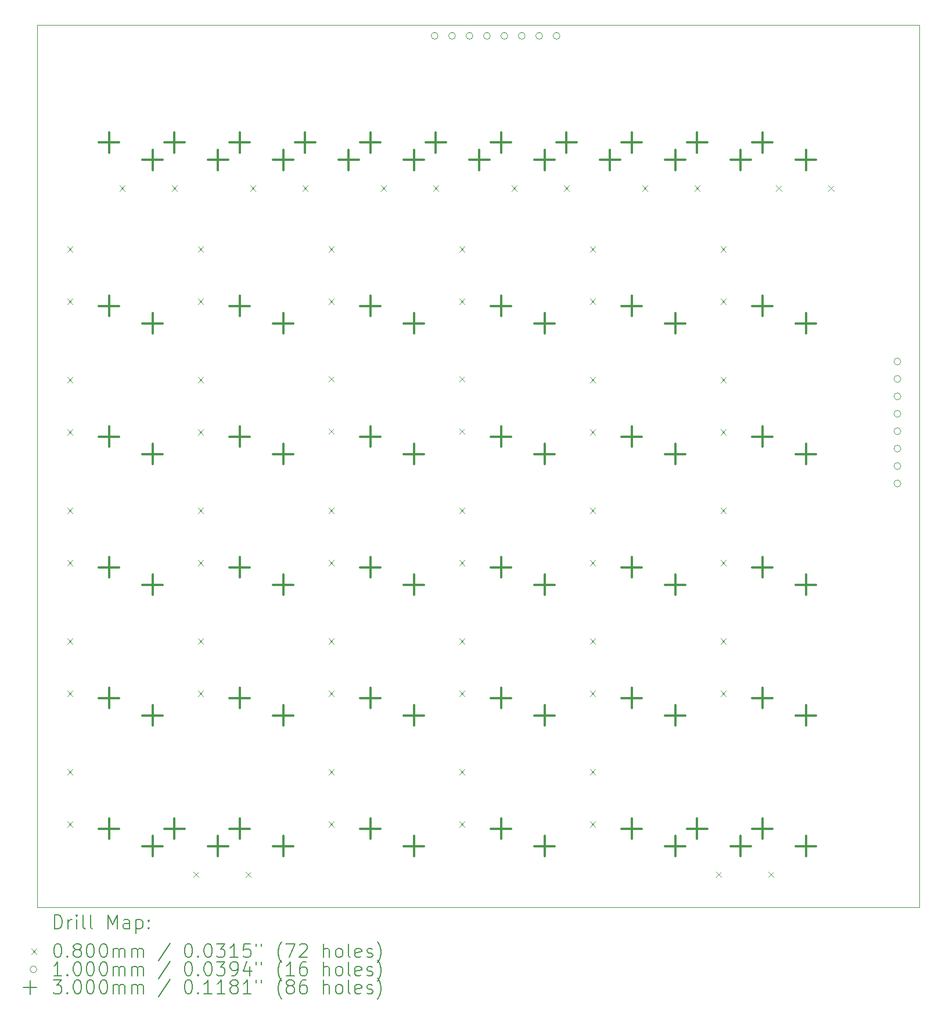
<source format=gbr>
%TF.GenerationSoftware,KiCad,Pcbnew,(6.0.9)*%
%TF.CreationDate,2022-11-26T17:52:28+01:00*%
%TF.ProjectId,tekskey,74656b73-6b65-4792-9e6b-696361645f70,rev?*%
%TF.SameCoordinates,Original*%
%TF.FileFunction,Drillmap*%
%TF.FilePolarity,Positive*%
%FSLAX45Y45*%
G04 Gerber Fmt 4.5, Leading zero omitted, Abs format (unit mm)*
G04 Created by KiCad (PCBNEW (6.0.9)) date 2022-11-26 17:52:28*
%MOMM*%
%LPD*%
G01*
G04 APERTURE LIST*
%ADD10C,0.100000*%
%ADD11C,0.200000*%
%ADD12C,0.080000*%
%ADD13C,0.300000*%
G04 APERTURE END LIST*
D10*
X3333750Y-2381250D02*
X16192500Y-2381250D01*
X16192500Y-2381250D02*
X16192500Y-15240000D01*
X16192500Y-15240000D02*
X3333750Y-15240000D01*
X3333750Y-15240000D02*
X3333750Y-2381250D01*
D11*
D12*
X3770000Y-5611500D02*
X3850000Y-5691500D01*
X3850000Y-5611500D02*
X3770000Y-5691500D01*
X3770000Y-6373500D02*
X3850000Y-6453500D01*
X3850000Y-6373500D02*
X3770000Y-6453500D01*
X3770000Y-7516500D02*
X3850000Y-7596500D01*
X3850000Y-7516500D02*
X3770000Y-7596500D01*
X3770000Y-8278500D02*
X3850000Y-8358500D01*
X3850000Y-8278500D02*
X3770000Y-8358500D01*
X3770000Y-9421500D02*
X3850000Y-9501500D01*
X3850000Y-9421500D02*
X3770000Y-9501500D01*
X3770000Y-10183500D02*
X3850000Y-10263500D01*
X3850000Y-10183500D02*
X3770000Y-10263500D01*
X3770000Y-11326500D02*
X3850000Y-11406500D01*
X3850000Y-11326500D02*
X3770000Y-11406500D01*
X3770000Y-12088500D02*
X3850000Y-12168500D01*
X3850000Y-12088500D02*
X3770000Y-12168500D01*
X3770000Y-13231500D02*
X3850000Y-13311500D01*
X3850000Y-13231500D02*
X3770000Y-13311500D01*
X3770000Y-13993500D02*
X3850000Y-14073500D01*
X3850000Y-13993500D02*
X3770000Y-14073500D01*
X4532000Y-4722500D02*
X4612000Y-4802500D01*
X4612000Y-4722500D02*
X4532000Y-4802500D01*
X5294000Y-4722500D02*
X5374000Y-4802500D01*
X5374000Y-4722500D02*
X5294000Y-4802500D01*
X5611500Y-14723750D02*
X5691500Y-14803750D01*
X5691500Y-14723750D02*
X5611500Y-14803750D01*
X5675000Y-5611500D02*
X5755000Y-5691500D01*
X5755000Y-5611500D02*
X5675000Y-5691500D01*
X5675000Y-6373500D02*
X5755000Y-6453500D01*
X5755000Y-6373500D02*
X5675000Y-6453500D01*
X5675000Y-7516500D02*
X5755000Y-7596500D01*
X5755000Y-7516500D02*
X5675000Y-7596500D01*
X5675000Y-8278500D02*
X5755000Y-8358500D01*
X5755000Y-8278500D02*
X5675000Y-8358500D01*
X5675000Y-9421500D02*
X5755000Y-9501500D01*
X5755000Y-9421500D02*
X5675000Y-9501500D01*
X5675000Y-10183500D02*
X5755000Y-10263500D01*
X5755000Y-10183500D02*
X5675000Y-10263500D01*
X5675000Y-11326500D02*
X5755000Y-11406500D01*
X5755000Y-11326500D02*
X5675000Y-11406500D01*
X5675000Y-12088500D02*
X5755000Y-12168500D01*
X5755000Y-12088500D02*
X5675000Y-12168500D01*
X6373500Y-14723750D02*
X6453500Y-14803750D01*
X6453500Y-14723750D02*
X6373500Y-14803750D01*
X6437000Y-4722500D02*
X6517000Y-4802500D01*
X6517000Y-4722500D02*
X6437000Y-4802500D01*
X7199000Y-4722500D02*
X7279000Y-4802500D01*
X7279000Y-4722500D02*
X7199000Y-4802500D01*
X7580000Y-5611500D02*
X7660000Y-5691500D01*
X7660000Y-5611500D02*
X7580000Y-5691500D01*
X7580000Y-6373500D02*
X7660000Y-6453500D01*
X7660000Y-6373500D02*
X7580000Y-6453500D01*
X7580000Y-7500625D02*
X7660000Y-7580625D01*
X7660000Y-7500625D02*
X7580000Y-7580625D01*
X7580000Y-8262625D02*
X7660000Y-8342625D01*
X7660000Y-8262625D02*
X7580000Y-8342625D01*
X7580000Y-9421500D02*
X7660000Y-9501500D01*
X7660000Y-9421500D02*
X7580000Y-9501500D01*
X7580000Y-10183500D02*
X7660000Y-10263500D01*
X7660000Y-10183500D02*
X7580000Y-10263500D01*
X7580000Y-11326500D02*
X7660000Y-11406500D01*
X7660000Y-11326500D02*
X7580000Y-11406500D01*
X7580000Y-12088500D02*
X7660000Y-12168500D01*
X7660000Y-12088500D02*
X7580000Y-12168500D01*
X7580000Y-13231500D02*
X7660000Y-13311500D01*
X7660000Y-13231500D02*
X7580000Y-13311500D01*
X7580000Y-13993500D02*
X7660000Y-14073500D01*
X7660000Y-13993500D02*
X7580000Y-14073500D01*
X8342000Y-4722500D02*
X8422000Y-4802500D01*
X8422000Y-4722500D02*
X8342000Y-4802500D01*
X9104000Y-4722500D02*
X9184000Y-4802500D01*
X9184000Y-4722500D02*
X9104000Y-4802500D01*
X9485000Y-5611500D02*
X9565000Y-5691500D01*
X9565000Y-5611500D02*
X9485000Y-5691500D01*
X9485000Y-6373500D02*
X9565000Y-6453500D01*
X9565000Y-6373500D02*
X9485000Y-6453500D01*
X9485000Y-7500625D02*
X9565000Y-7580625D01*
X9565000Y-7500625D02*
X9485000Y-7580625D01*
X9485000Y-8262625D02*
X9565000Y-8342625D01*
X9565000Y-8262625D02*
X9485000Y-8342625D01*
X9485000Y-9421500D02*
X9565000Y-9501500D01*
X9565000Y-9421500D02*
X9485000Y-9501500D01*
X9485000Y-10183500D02*
X9565000Y-10263500D01*
X9565000Y-10183500D02*
X9485000Y-10263500D01*
X9485000Y-11326500D02*
X9565000Y-11406500D01*
X9565000Y-11326500D02*
X9485000Y-11406500D01*
X9485000Y-12088500D02*
X9565000Y-12168500D01*
X9565000Y-12088500D02*
X9485000Y-12168500D01*
X9485000Y-13231500D02*
X9565000Y-13311500D01*
X9565000Y-13231500D02*
X9485000Y-13311500D01*
X9485000Y-13993500D02*
X9565000Y-14073500D01*
X9565000Y-13993500D02*
X9485000Y-14073500D01*
X10247000Y-4722500D02*
X10327000Y-4802500D01*
X10327000Y-4722500D02*
X10247000Y-4802500D01*
X11009000Y-4722500D02*
X11089000Y-4802500D01*
X11089000Y-4722500D02*
X11009000Y-4802500D01*
X11390000Y-5611500D02*
X11470000Y-5691500D01*
X11470000Y-5611500D02*
X11390000Y-5691500D01*
X11390000Y-6373500D02*
X11470000Y-6453500D01*
X11470000Y-6373500D02*
X11390000Y-6453500D01*
X11390000Y-7516500D02*
X11470000Y-7596500D01*
X11470000Y-7516500D02*
X11390000Y-7596500D01*
X11390000Y-8278500D02*
X11470000Y-8358500D01*
X11470000Y-8278500D02*
X11390000Y-8358500D01*
X11390000Y-9421500D02*
X11470000Y-9501500D01*
X11470000Y-9421500D02*
X11390000Y-9501500D01*
X11390000Y-10183500D02*
X11470000Y-10263500D01*
X11470000Y-10183500D02*
X11390000Y-10263500D01*
X11390000Y-11326500D02*
X11470000Y-11406500D01*
X11470000Y-11326500D02*
X11390000Y-11406500D01*
X11390000Y-12088500D02*
X11470000Y-12168500D01*
X11470000Y-12088500D02*
X11390000Y-12168500D01*
X11390000Y-13231500D02*
X11470000Y-13311500D01*
X11470000Y-13231500D02*
X11390000Y-13311500D01*
X11390000Y-13993500D02*
X11470000Y-14073500D01*
X11470000Y-13993500D02*
X11390000Y-14073500D01*
X12152000Y-4722500D02*
X12232000Y-4802500D01*
X12232000Y-4722500D02*
X12152000Y-4802500D01*
X12914000Y-4722500D02*
X12994000Y-4802500D01*
X12994000Y-4722500D02*
X12914000Y-4802500D01*
X13231500Y-14723750D02*
X13311500Y-14803750D01*
X13311500Y-14723750D02*
X13231500Y-14803750D01*
X13295000Y-5611500D02*
X13375000Y-5691500D01*
X13375000Y-5611500D02*
X13295000Y-5691500D01*
X13295000Y-6373500D02*
X13375000Y-6453500D01*
X13375000Y-6373500D02*
X13295000Y-6453500D01*
X13295000Y-7516500D02*
X13375000Y-7596500D01*
X13375000Y-7516500D02*
X13295000Y-7596500D01*
X13295000Y-8278500D02*
X13375000Y-8358500D01*
X13375000Y-8278500D02*
X13295000Y-8358500D01*
X13295000Y-9421500D02*
X13375000Y-9501500D01*
X13375000Y-9421500D02*
X13295000Y-9501500D01*
X13295000Y-10183500D02*
X13375000Y-10263500D01*
X13375000Y-10183500D02*
X13295000Y-10263500D01*
X13295000Y-11326500D02*
X13375000Y-11406500D01*
X13375000Y-11326500D02*
X13295000Y-11406500D01*
X13295000Y-12088500D02*
X13375000Y-12168500D01*
X13375000Y-12088500D02*
X13295000Y-12168500D01*
X13993500Y-14723750D02*
X14073500Y-14803750D01*
X14073500Y-14723750D02*
X13993500Y-14803750D01*
X14104625Y-4722500D02*
X14184625Y-4802500D01*
X14184625Y-4722500D02*
X14104625Y-4802500D01*
X14866625Y-4722500D02*
X14946625Y-4802500D01*
X14946625Y-4722500D02*
X14866625Y-4802500D01*
D10*
X9178125Y-2540000D02*
G75*
G03*
X9178125Y-2540000I-50000J0D01*
G01*
X9432125Y-2540000D02*
G75*
G03*
X9432125Y-2540000I-50000J0D01*
G01*
X9686125Y-2540000D02*
G75*
G03*
X9686125Y-2540000I-50000J0D01*
G01*
X9940125Y-2540000D02*
G75*
G03*
X9940125Y-2540000I-50000J0D01*
G01*
X10194125Y-2540000D02*
G75*
G03*
X10194125Y-2540000I-50000J0D01*
G01*
X10448125Y-2540000D02*
G75*
G03*
X10448125Y-2540000I-50000J0D01*
G01*
X10702125Y-2540000D02*
G75*
G03*
X10702125Y-2540000I-50000J0D01*
G01*
X10956125Y-2540000D02*
G75*
G03*
X10956125Y-2540000I-50000J0D01*
G01*
X15925000Y-7288125D02*
G75*
G03*
X15925000Y-7288125I-50000J0D01*
G01*
X15925000Y-7542125D02*
G75*
G03*
X15925000Y-7542125I-50000J0D01*
G01*
X15925000Y-7796125D02*
G75*
G03*
X15925000Y-7796125I-50000J0D01*
G01*
X15925000Y-8050125D02*
G75*
G03*
X15925000Y-8050125I-50000J0D01*
G01*
X15925000Y-8304125D02*
G75*
G03*
X15925000Y-8304125I-50000J0D01*
G01*
X15925000Y-8558125D02*
G75*
G03*
X15925000Y-8558125I-50000J0D01*
G01*
X15925000Y-8812125D02*
G75*
G03*
X15925000Y-8812125I-50000J0D01*
G01*
X15925000Y-9066125D02*
G75*
G03*
X15925000Y-9066125I-50000J0D01*
G01*
D13*
X4381500Y-3945750D02*
X4381500Y-4245750D01*
X4231500Y-4095750D02*
X4531500Y-4095750D01*
X4381500Y-6327000D02*
X4381500Y-6627000D01*
X4231500Y-6477000D02*
X4531500Y-6477000D01*
X4381500Y-8232000D02*
X4381500Y-8532000D01*
X4231500Y-8382000D02*
X4531500Y-8382000D01*
X4381500Y-10137000D02*
X4381500Y-10437000D01*
X4231500Y-10287000D02*
X4531500Y-10287000D01*
X4381500Y-12042000D02*
X4381500Y-12342000D01*
X4231500Y-12192000D02*
X4531500Y-12192000D01*
X4381500Y-13947000D02*
X4381500Y-14247000D01*
X4231500Y-14097000D02*
X4531500Y-14097000D01*
X5016500Y-4199750D02*
X5016500Y-4499750D01*
X4866500Y-4349750D02*
X5166500Y-4349750D01*
X5016500Y-6581000D02*
X5016500Y-6881000D01*
X4866500Y-6731000D02*
X5166500Y-6731000D01*
X5016500Y-8486000D02*
X5016500Y-8786000D01*
X4866500Y-8636000D02*
X5166500Y-8636000D01*
X5016500Y-10391000D02*
X5016500Y-10691000D01*
X4866500Y-10541000D02*
X5166500Y-10541000D01*
X5016500Y-12296000D02*
X5016500Y-12596000D01*
X4866500Y-12446000D02*
X5166500Y-12446000D01*
X5016500Y-14201000D02*
X5016500Y-14501000D01*
X4866500Y-14351000D02*
X5166500Y-14351000D01*
X5334000Y-3945750D02*
X5334000Y-4245750D01*
X5184000Y-4095750D02*
X5484000Y-4095750D01*
X5334000Y-13947000D02*
X5334000Y-14247000D01*
X5184000Y-14097000D02*
X5484000Y-14097000D01*
X5969000Y-4199750D02*
X5969000Y-4499750D01*
X5819000Y-4349750D02*
X6119000Y-4349750D01*
X5969000Y-14201000D02*
X5969000Y-14501000D01*
X5819000Y-14351000D02*
X6119000Y-14351000D01*
X6286500Y-3945750D02*
X6286500Y-4245750D01*
X6136500Y-4095750D02*
X6436500Y-4095750D01*
X6286500Y-6327000D02*
X6286500Y-6627000D01*
X6136500Y-6477000D02*
X6436500Y-6477000D01*
X6286500Y-8232000D02*
X6286500Y-8532000D01*
X6136500Y-8382000D02*
X6436500Y-8382000D01*
X6286500Y-10137000D02*
X6286500Y-10437000D01*
X6136500Y-10287000D02*
X6436500Y-10287000D01*
X6286500Y-12042000D02*
X6286500Y-12342000D01*
X6136500Y-12192000D02*
X6436500Y-12192000D01*
X6286500Y-13947000D02*
X6286500Y-14247000D01*
X6136500Y-14097000D02*
X6436500Y-14097000D01*
X6921500Y-4199750D02*
X6921500Y-4499750D01*
X6771500Y-4349750D02*
X7071500Y-4349750D01*
X6921500Y-6581000D02*
X6921500Y-6881000D01*
X6771500Y-6731000D02*
X7071500Y-6731000D01*
X6921500Y-8486000D02*
X6921500Y-8786000D01*
X6771500Y-8636000D02*
X7071500Y-8636000D01*
X6921500Y-10391000D02*
X6921500Y-10691000D01*
X6771500Y-10541000D02*
X7071500Y-10541000D01*
X6921500Y-12296000D02*
X6921500Y-12596000D01*
X6771500Y-12446000D02*
X7071500Y-12446000D01*
X6921500Y-14201000D02*
X6921500Y-14501000D01*
X6771500Y-14351000D02*
X7071500Y-14351000D01*
X7239000Y-3945750D02*
X7239000Y-4245750D01*
X7089000Y-4095750D02*
X7389000Y-4095750D01*
X7874000Y-4199750D02*
X7874000Y-4499750D01*
X7724000Y-4349750D02*
X8024000Y-4349750D01*
X8191500Y-3945750D02*
X8191500Y-4245750D01*
X8041500Y-4095750D02*
X8341500Y-4095750D01*
X8191500Y-6327000D02*
X8191500Y-6627000D01*
X8041500Y-6477000D02*
X8341500Y-6477000D01*
X8191500Y-8232000D02*
X8191500Y-8532000D01*
X8041500Y-8382000D02*
X8341500Y-8382000D01*
X8191500Y-10137000D02*
X8191500Y-10437000D01*
X8041500Y-10287000D02*
X8341500Y-10287000D01*
X8191500Y-12042000D02*
X8191500Y-12342000D01*
X8041500Y-12192000D02*
X8341500Y-12192000D01*
X8191500Y-13947000D02*
X8191500Y-14247000D01*
X8041500Y-14097000D02*
X8341500Y-14097000D01*
X8826500Y-4199750D02*
X8826500Y-4499750D01*
X8676500Y-4349750D02*
X8976500Y-4349750D01*
X8826500Y-6581000D02*
X8826500Y-6881000D01*
X8676500Y-6731000D02*
X8976500Y-6731000D01*
X8826500Y-8486000D02*
X8826500Y-8786000D01*
X8676500Y-8636000D02*
X8976500Y-8636000D01*
X8826500Y-10391000D02*
X8826500Y-10691000D01*
X8676500Y-10541000D02*
X8976500Y-10541000D01*
X8826500Y-12296000D02*
X8826500Y-12596000D01*
X8676500Y-12446000D02*
X8976500Y-12446000D01*
X8826500Y-14201000D02*
X8826500Y-14501000D01*
X8676500Y-14351000D02*
X8976500Y-14351000D01*
X9144000Y-3945750D02*
X9144000Y-4245750D01*
X8994000Y-4095750D02*
X9294000Y-4095750D01*
X9779000Y-4199750D02*
X9779000Y-4499750D01*
X9629000Y-4349750D02*
X9929000Y-4349750D01*
X10096500Y-3945750D02*
X10096500Y-4245750D01*
X9946500Y-4095750D02*
X10246500Y-4095750D01*
X10096500Y-6327000D02*
X10096500Y-6627000D01*
X9946500Y-6477000D02*
X10246500Y-6477000D01*
X10096500Y-8232000D02*
X10096500Y-8532000D01*
X9946500Y-8382000D02*
X10246500Y-8382000D01*
X10096500Y-10137000D02*
X10096500Y-10437000D01*
X9946500Y-10287000D02*
X10246500Y-10287000D01*
X10096500Y-12042000D02*
X10096500Y-12342000D01*
X9946500Y-12192000D02*
X10246500Y-12192000D01*
X10096500Y-13947000D02*
X10096500Y-14247000D01*
X9946500Y-14097000D02*
X10246500Y-14097000D01*
X10731500Y-4199750D02*
X10731500Y-4499750D01*
X10581500Y-4349750D02*
X10881500Y-4349750D01*
X10731500Y-6581000D02*
X10731500Y-6881000D01*
X10581500Y-6731000D02*
X10881500Y-6731000D01*
X10731500Y-8486000D02*
X10731500Y-8786000D01*
X10581500Y-8636000D02*
X10881500Y-8636000D01*
X10731500Y-10391000D02*
X10731500Y-10691000D01*
X10581500Y-10541000D02*
X10881500Y-10541000D01*
X10731500Y-12296000D02*
X10731500Y-12596000D01*
X10581500Y-12446000D02*
X10881500Y-12446000D01*
X10731500Y-14201000D02*
X10731500Y-14501000D01*
X10581500Y-14351000D02*
X10881500Y-14351000D01*
X11049000Y-3945750D02*
X11049000Y-4245750D01*
X10899000Y-4095750D02*
X11199000Y-4095750D01*
X11684000Y-4199750D02*
X11684000Y-4499750D01*
X11534000Y-4349750D02*
X11834000Y-4349750D01*
X12001500Y-3945750D02*
X12001500Y-4245750D01*
X11851500Y-4095750D02*
X12151500Y-4095750D01*
X12001500Y-6327000D02*
X12001500Y-6627000D01*
X11851500Y-6477000D02*
X12151500Y-6477000D01*
X12001500Y-8232000D02*
X12001500Y-8532000D01*
X11851500Y-8382000D02*
X12151500Y-8382000D01*
X12001500Y-10137000D02*
X12001500Y-10437000D01*
X11851500Y-10287000D02*
X12151500Y-10287000D01*
X12001500Y-12042000D02*
X12001500Y-12342000D01*
X11851500Y-12192000D02*
X12151500Y-12192000D01*
X12001500Y-13947000D02*
X12001500Y-14247000D01*
X11851500Y-14097000D02*
X12151500Y-14097000D01*
X12636500Y-4199750D02*
X12636500Y-4499750D01*
X12486500Y-4349750D02*
X12786500Y-4349750D01*
X12636500Y-6581000D02*
X12636500Y-6881000D01*
X12486500Y-6731000D02*
X12786500Y-6731000D01*
X12636500Y-8486000D02*
X12636500Y-8786000D01*
X12486500Y-8636000D02*
X12786500Y-8636000D01*
X12636500Y-10391000D02*
X12636500Y-10691000D01*
X12486500Y-10541000D02*
X12786500Y-10541000D01*
X12636500Y-12296000D02*
X12636500Y-12596000D01*
X12486500Y-12446000D02*
X12786500Y-12446000D01*
X12636500Y-14201000D02*
X12636500Y-14501000D01*
X12486500Y-14351000D02*
X12786500Y-14351000D01*
X12954000Y-3945750D02*
X12954000Y-4245750D01*
X12804000Y-4095750D02*
X13104000Y-4095750D01*
X12954000Y-13947000D02*
X12954000Y-14247000D01*
X12804000Y-14097000D02*
X13104000Y-14097000D01*
X13589000Y-4199750D02*
X13589000Y-4499750D01*
X13439000Y-4349750D02*
X13739000Y-4349750D01*
X13589000Y-14201000D02*
X13589000Y-14501000D01*
X13439000Y-14351000D02*
X13739000Y-14351000D01*
X13906500Y-3945750D02*
X13906500Y-4245750D01*
X13756500Y-4095750D02*
X14056500Y-4095750D01*
X13906500Y-6327000D02*
X13906500Y-6627000D01*
X13756500Y-6477000D02*
X14056500Y-6477000D01*
X13906500Y-8232000D02*
X13906500Y-8532000D01*
X13756500Y-8382000D02*
X14056500Y-8382000D01*
X13906500Y-10137000D02*
X13906500Y-10437000D01*
X13756500Y-10287000D02*
X14056500Y-10287000D01*
X13906500Y-12042000D02*
X13906500Y-12342000D01*
X13756500Y-12192000D02*
X14056500Y-12192000D01*
X13906500Y-13947000D02*
X13906500Y-14247000D01*
X13756500Y-14097000D02*
X14056500Y-14097000D01*
X14541500Y-4199750D02*
X14541500Y-4499750D01*
X14391500Y-4349750D02*
X14691500Y-4349750D01*
X14541500Y-6581000D02*
X14541500Y-6881000D01*
X14391500Y-6731000D02*
X14691500Y-6731000D01*
X14541500Y-8486000D02*
X14541500Y-8786000D01*
X14391500Y-8636000D02*
X14691500Y-8636000D01*
X14541500Y-10391000D02*
X14541500Y-10691000D01*
X14391500Y-10541000D02*
X14691500Y-10541000D01*
X14541500Y-12296000D02*
X14541500Y-12596000D01*
X14391500Y-12446000D02*
X14691500Y-12446000D01*
X14541500Y-14201000D02*
X14541500Y-14501000D01*
X14391500Y-14351000D02*
X14691500Y-14351000D01*
D11*
X3586369Y-15555476D02*
X3586369Y-15355476D01*
X3633988Y-15355476D01*
X3662559Y-15365000D01*
X3681607Y-15384048D01*
X3691131Y-15403095D01*
X3700655Y-15441190D01*
X3700655Y-15469762D01*
X3691131Y-15507857D01*
X3681607Y-15526905D01*
X3662559Y-15545952D01*
X3633988Y-15555476D01*
X3586369Y-15555476D01*
X3786369Y-15555476D02*
X3786369Y-15422143D01*
X3786369Y-15460238D02*
X3795893Y-15441190D01*
X3805417Y-15431667D01*
X3824464Y-15422143D01*
X3843512Y-15422143D01*
X3910178Y-15555476D02*
X3910178Y-15422143D01*
X3910178Y-15355476D02*
X3900655Y-15365000D01*
X3910178Y-15374524D01*
X3919702Y-15365000D01*
X3910178Y-15355476D01*
X3910178Y-15374524D01*
X4033988Y-15555476D02*
X4014940Y-15545952D01*
X4005417Y-15526905D01*
X4005417Y-15355476D01*
X4138750Y-15555476D02*
X4119702Y-15545952D01*
X4110178Y-15526905D01*
X4110178Y-15355476D01*
X4367321Y-15555476D02*
X4367321Y-15355476D01*
X4433988Y-15498333D01*
X4500655Y-15355476D01*
X4500655Y-15555476D01*
X4681607Y-15555476D02*
X4681607Y-15450714D01*
X4672083Y-15431667D01*
X4653036Y-15422143D01*
X4614940Y-15422143D01*
X4595893Y-15431667D01*
X4681607Y-15545952D02*
X4662560Y-15555476D01*
X4614940Y-15555476D01*
X4595893Y-15545952D01*
X4586369Y-15526905D01*
X4586369Y-15507857D01*
X4595893Y-15488809D01*
X4614940Y-15479286D01*
X4662560Y-15479286D01*
X4681607Y-15469762D01*
X4776845Y-15422143D02*
X4776845Y-15622143D01*
X4776845Y-15431667D02*
X4795893Y-15422143D01*
X4833988Y-15422143D01*
X4853036Y-15431667D01*
X4862560Y-15441190D01*
X4872083Y-15460238D01*
X4872083Y-15517381D01*
X4862560Y-15536428D01*
X4853036Y-15545952D01*
X4833988Y-15555476D01*
X4795893Y-15555476D01*
X4776845Y-15545952D01*
X4957798Y-15536428D02*
X4967321Y-15545952D01*
X4957798Y-15555476D01*
X4948274Y-15545952D01*
X4957798Y-15536428D01*
X4957798Y-15555476D01*
X4957798Y-15431667D02*
X4967321Y-15441190D01*
X4957798Y-15450714D01*
X4948274Y-15441190D01*
X4957798Y-15431667D01*
X4957798Y-15450714D01*
D12*
X3248750Y-15845000D02*
X3328750Y-15925000D01*
X3328750Y-15845000D02*
X3248750Y-15925000D01*
D11*
X3624464Y-15775476D02*
X3643512Y-15775476D01*
X3662559Y-15785000D01*
X3672083Y-15794524D01*
X3681607Y-15813571D01*
X3691131Y-15851667D01*
X3691131Y-15899286D01*
X3681607Y-15937381D01*
X3672083Y-15956428D01*
X3662559Y-15965952D01*
X3643512Y-15975476D01*
X3624464Y-15975476D01*
X3605417Y-15965952D01*
X3595893Y-15956428D01*
X3586369Y-15937381D01*
X3576845Y-15899286D01*
X3576845Y-15851667D01*
X3586369Y-15813571D01*
X3595893Y-15794524D01*
X3605417Y-15785000D01*
X3624464Y-15775476D01*
X3776845Y-15956428D02*
X3786369Y-15965952D01*
X3776845Y-15975476D01*
X3767321Y-15965952D01*
X3776845Y-15956428D01*
X3776845Y-15975476D01*
X3900655Y-15861190D02*
X3881607Y-15851667D01*
X3872083Y-15842143D01*
X3862559Y-15823095D01*
X3862559Y-15813571D01*
X3872083Y-15794524D01*
X3881607Y-15785000D01*
X3900655Y-15775476D01*
X3938750Y-15775476D01*
X3957798Y-15785000D01*
X3967321Y-15794524D01*
X3976845Y-15813571D01*
X3976845Y-15823095D01*
X3967321Y-15842143D01*
X3957798Y-15851667D01*
X3938750Y-15861190D01*
X3900655Y-15861190D01*
X3881607Y-15870714D01*
X3872083Y-15880238D01*
X3862559Y-15899286D01*
X3862559Y-15937381D01*
X3872083Y-15956428D01*
X3881607Y-15965952D01*
X3900655Y-15975476D01*
X3938750Y-15975476D01*
X3957798Y-15965952D01*
X3967321Y-15956428D01*
X3976845Y-15937381D01*
X3976845Y-15899286D01*
X3967321Y-15880238D01*
X3957798Y-15870714D01*
X3938750Y-15861190D01*
X4100655Y-15775476D02*
X4119702Y-15775476D01*
X4138750Y-15785000D01*
X4148274Y-15794524D01*
X4157798Y-15813571D01*
X4167321Y-15851667D01*
X4167321Y-15899286D01*
X4157798Y-15937381D01*
X4148274Y-15956428D01*
X4138750Y-15965952D01*
X4119702Y-15975476D01*
X4100655Y-15975476D01*
X4081607Y-15965952D01*
X4072083Y-15956428D01*
X4062559Y-15937381D01*
X4053036Y-15899286D01*
X4053036Y-15851667D01*
X4062559Y-15813571D01*
X4072083Y-15794524D01*
X4081607Y-15785000D01*
X4100655Y-15775476D01*
X4291131Y-15775476D02*
X4310179Y-15775476D01*
X4329226Y-15785000D01*
X4338750Y-15794524D01*
X4348274Y-15813571D01*
X4357798Y-15851667D01*
X4357798Y-15899286D01*
X4348274Y-15937381D01*
X4338750Y-15956428D01*
X4329226Y-15965952D01*
X4310179Y-15975476D01*
X4291131Y-15975476D01*
X4272083Y-15965952D01*
X4262560Y-15956428D01*
X4253036Y-15937381D01*
X4243512Y-15899286D01*
X4243512Y-15851667D01*
X4253036Y-15813571D01*
X4262560Y-15794524D01*
X4272083Y-15785000D01*
X4291131Y-15775476D01*
X4443512Y-15975476D02*
X4443512Y-15842143D01*
X4443512Y-15861190D02*
X4453036Y-15851667D01*
X4472083Y-15842143D01*
X4500655Y-15842143D01*
X4519702Y-15851667D01*
X4529226Y-15870714D01*
X4529226Y-15975476D01*
X4529226Y-15870714D02*
X4538750Y-15851667D01*
X4557798Y-15842143D01*
X4586369Y-15842143D01*
X4605417Y-15851667D01*
X4614940Y-15870714D01*
X4614940Y-15975476D01*
X4710179Y-15975476D02*
X4710179Y-15842143D01*
X4710179Y-15861190D02*
X4719702Y-15851667D01*
X4738750Y-15842143D01*
X4767321Y-15842143D01*
X4786369Y-15851667D01*
X4795893Y-15870714D01*
X4795893Y-15975476D01*
X4795893Y-15870714D02*
X4805417Y-15851667D01*
X4824464Y-15842143D01*
X4853036Y-15842143D01*
X4872083Y-15851667D01*
X4881607Y-15870714D01*
X4881607Y-15975476D01*
X5272083Y-15765952D02*
X5100655Y-16023095D01*
X5529226Y-15775476D02*
X5548274Y-15775476D01*
X5567321Y-15785000D01*
X5576845Y-15794524D01*
X5586369Y-15813571D01*
X5595893Y-15851667D01*
X5595893Y-15899286D01*
X5586369Y-15937381D01*
X5576845Y-15956428D01*
X5567321Y-15965952D01*
X5548274Y-15975476D01*
X5529226Y-15975476D01*
X5510179Y-15965952D01*
X5500655Y-15956428D01*
X5491131Y-15937381D01*
X5481607Y-15899286D01*
X5481607Y-15851667D01*
X5491131Y-15813571D01*
X5500655Y-15794524D01*
X5510179Y-15785000D01*
X5529226Y-15775476D01*
X5681607Y-15956428D02*
X5691131Y-15965952D01*
X5681607Y-15975476D01*
X5672083Y-15965952D01*
X5681607Y-15956428D01*
X5681607Y-15975476D01*
X5814940Y-15775476D02*
X5833988Y-15775476D01*
X5853036Y-15785000D01*
X5862559Y-15794524D01*
X5872083Y-15813571D01*
X5881607Y-15851667D01*
X5881607Y-15899286D01*
X5872083Y-15937381D01*
X5862559Y-15956428D01*
X5853036Y-15965952D01*
X5833988Y-15975476D01*
X5814940Y-15975476D01*
X5795893Y-15965952D01*
X5786369Y-15956428D01*
X5776845Y-15937381D01*
X5767321Y-15899286D01*
X5767321Y-15851667D01*
X5776845Y-15813571D01*
X5786369Y-15794524D01*
X5795893Y-15785000D01*
X5814940Y-15775476D01*
X5948274Y-15775476D02*
X6072083Y-15775476D01*
X6005417Y-15851667D01*
X6033988Y-15851667D01*
X6053036Y-15861190D01*
X6062559Y-15870714D01*
X6072083Y-15889762D01*
X6072083Y-15937381D01*
X6062559Y-15956428D01*
X6053036Y-15965952D01*
X6033988Y-15975476D01*
X5976845Y-15975476D01*
X5957798Y-15965952D01*
X5948274Y-15956428D01*
X6262559Y-15975476D02*
X6148274Y-15975476D01*
X6205417Y-15975476D02*
X6205417Y-15775476D01*
X6186369Y-15804048D01*
X6167321Y-15823095D01*
X6148274Y-15832619D01*
X6443512Y-15775476D02*
X6348274Y-15775476D01*
X6338750Y-15870714D01*
X6348274Y-15861190D01*
X6367321Y-15851667D01*
X6414940Y-15851667D01*
X6433988Y-15861190D01*
X6443512Y-15870714D01*
X6453036Y-15889762D01*
X6453036Y-15937381D01*
X6443512Y-15956428D01*
X6433988Y-15965952D01*
X6414940Y-15975476D01*
X6367321Y-15975476D01*
X6348274Y-15965952D01*
X6338750Y-15956428D01*
X6529226Y-15775476D02*
X6529226Y-15813571D01*
X6605417Y-15775476D02*
X6605417Y-15813571D01*
X6900655Y-16051667D02*
X6891131Y-16042143D01*
X6872083Y-16013571D01*
X6862559Y-15994524D01*
X6853036Y-15965952D01*
X6843512Y-15918333D01*
X6843512Y-15880238D01*
X6853036Y-15832619D01*
X6862559Y-15804048D01*
X6872083Y-15785000D01*
X6891131Y-15756428D01*
X6900655Y-15746905D01*
X6957798Y-15775476D02*
X7091131Y-15775476D01*
X7005417Y-15975476D01*
X7157798Y-15794524D02*
X7167321Y-15785000D01*
X7186369Y-15775476D01*
X7233988Y-15775476D01*
X7253036Y-15785000D01*
X7262559Y-15794524D01*
X7272083Y-15813571D01*
X7272083Y-15832619D01*
X7262559Y-15861190D01*
X7148274Y-15975476D01*
X7272083Y-15975476D01*
X7510178Y-15975476D02*
X7510178Y-15775476D01*
X7595893Y-15975476D02*
X7595893Y-15870714D01*
X7586369Y-15851667D01*
X7567321Y-15842143D01*
X7538750Y-15842143D01*
X7519702Y-15851667D01*
X7510178Y-15861190D01*
X7719702Y-15975476D02*
X7700655Y-15965952D01*
X7691131Y-15956428D01*
X7681607Y-15937381D01*
X7681607Y-15880238D01*
X7691131Y-15861190D01*
X7700655Y-15851667D01*
X7719702Y-15842143D01*
X7748274Y-15842143D01*
X7767321Y-15851667D01*
X7776845Y-15861190D01*
X7786369Y-15880238D01*
X7786369Y-15937381D01*
X7776845Y-15956428D01*
X7767321Y-15965952D01*
X7748274Y-15975476D01*
X7719702Y-15975476D01*
X7900655Y-15975476D02*
X7881607Y-15965952D01*
X7872083Y-15946905D01*
X7872083Y-15775476D01*
X8053036Y-15965952D02*
X8033988Y-15975476D01*
X7995893Y-15975476D01*
X7976845Y-15965952D01*
X7967321Y-15946905D01*
X7967321Y-15870714D01*
X7976845Y-15851667D01*
X7995893Y-15842143D01*
X8033988Y-15842143D01*
X8053036Y-15851667D01*
X8062559Y-15870714D01*
X8062559Y-15889762D01*
X7967321Y-15908809D01*
X8138750Y-15965952D02*
X8157798Y-15975476D01*
X8195893Y-15975476D01*
X8214940Y-15965952D01*
X8224464Y-15946905D01*
X8224464Y-15937381D01*
X8214940Y-15918333D01*
X8195893Y-15908809D01*
X8167321Y-15908809D01*
X8148274Y-15899286D01*
X8138750Y-15880238D01*
X8138750Y-15870714D01*
X8148274Y-15851667D01*
X8167321Y-15842143D01*
X8195893Y-15842143D01*
X8214940Y-15851667D01*
X8291131Y-16051667D02*
X8300655Y-16042143D01*
X8319702Y-16013571D01*
X8329226Y-15994524D01*
X8338750Y-15965952D01*
X8348274Y-15918333D01*
X8348274Y-15880238D01*
X8338750Y-15832619D01*
X8329226Y-15804048D01*
X8319702Y-15785000D01*
X8300655Y-15756428D01*
X8291131Y-15746905D01*
D10*
X3328750Y-16149000D02*
G75*
G03*
X3328750Y-16149000I-50000J0D01*
G01*
D11*
X3691131Y-16239476D02*
X3576845Y-16239476D01*
X3633988Y-16239476D02*
X3633988Y-16039476D01*
X3614940Y-16068048D01*
X3595893Y-16087095D01*
X3576845Y-16096619D01*
X3776845Y-16220428D02*
X3786369Y-16229952D01*
X3776845Y-16239476D01*
X3767321Y-16229952D01*
X3776845Y-16220428D01*
X3776845Y-16239476D01*
X3910178Y-16039476D02*
X3929226Y-16039476D01*
X3948274Y-16049000D01*
X3957798Y-16058524D01*
X3967321Y-16077571D01*
X3976845Y-16115667D01*
X3976845Y-16163286D01*
X3967321Y-16201381D01*
X3957798Y-16220428D01*
X3948274Y-16229952D01*
X3929226Y-16239476D01*
X3910178Y-16239476D01*
X3891131Y-16229952D01*
X3881607Y-16220428D01*
X3872083Y-16201381D01*
X3862559Y-16163286D01*
X3862559Y-16115667D01*
X3872083Y-16077571D01*
X3881607Y-16058524D01*
X3891131Y-16049000D01*
X3910178Y-16039476D01*
X4100655Y-16039476D02*
X4119702Y-16039476D01*
X4138750Y-16049000D01*
X4148274Y-16058524D01*
X4157798Y-16077571D01*
X4167321Y-16115667D01*
X4167321Y-16163286D01*
X4157798Y-16201381D01*
X4148274Y-16220428D01*
X4138750Y-16229952D01*
X4119702Y-16239476D01*
X4100655Y-16239476D01*
X4081607Y-16229952D01*
X4072083Y-16220428D01*
X4062559Y-16201381D01*
X4053036Y-16163286D01*
X4053036Y-16115667D01*
X4062559Y-16077571D01*
X4072083Y-16058524D01*
X4081607Y-16049000D01*
X4100655Y-16039476D01*
X4291131Y-16039476D02*
X4310179Y-16039476D01*
X4329226Y-16049000D01*
X4338750Y-16058524D01*
X4348274Y-16077571D01*
X4357798Y-16115667D01*
X4357798Y-16163286D01*
X4348274Y-16201381D01*
X4338750Y-16220428D01*
X4329226Y-16229952D01*
X4310179Y-16239476D01*
X4291131Y-16239476D01*
X4272083Y-16229952D01*
X4262560Y-16220428D01*
X4253036Y-16201381D01*
X4243512Y-16163286D01*
X4243512Y-16115667D01*
X4253036Y-16077571D01*
X4262560Y-16058524D01*
X4272083Y-16049000D01*
X4291131Y-16039476D01*
X4443512Y-16239476D02*
X4443512Y-16106143D01*
X4443512Y-16125190D02*
X4453036Y-16115667D01*
X4472083Y-16106143D01*
X4500655Y-16106143D01*
X4519702Y-16115667D01*
X4529226Y-16134714D01*
X4529226Y-16239476D01*
X4529226Y-16134714D02*
X4538750Y-16115667D01*
X4557798Y-16106143D01*
X4586369Y-16106143D01*
X4605417Y-16115667D01*
X4614940Y-16134714D01*
X4614940Y-16239476D01*
X4710179Y-16239476D02*
X4710179Y-16106143D01*
X4710179Y-16125190D02*
X4719702Y-16115667D01*
X4738750Y-16106143D01*
X4767321Y-16106143D01*
X4786369Y-16115667D01*
X4795893Y-16134714D01*
X4795893Y-16239476D01*
X4795893Y-16134714D02*
X4805417Y-16115667D01*
X4824464Y-16106143D01*
X4853036Y-16106143D01*
X4872083Y-16115667D01*
X4881607Y-16134714D01*
X4881607Y-16239476D01*
X5272083Y-16029952D02*
X5100655Y-16287095D01*
X5529226Y-16039476D02*
X5548274Y-16039476D01*
X5567321Y-16049000D01*
X5576845Y-16058524D01*
X5586369Y-16077571D01*
X5595893Y-16115667D01*
X5595893Y-16163286D01*
X5586369Y-16201381D01*
X5576845Y-16220428D01*
X5567321Y-16229952D01*
X5548274Y-16239476D01*
X5529226Y-16239476D01*
X5510179Y-16229952D01*
X5500655Y-16220428D01*
X5491131Y-16201381D01*
X5481607Y-16163286D01*
X5481607Y-16115667D01*
X5491131Y-16077571D01*
X5500655Y-16058524D01*
X5510179Y-16049000D01*
X5529226Y-16039476D01*
X5681607Y-16220428D02*
X5691131Y-16229952D01*
X5681607Y-16239476D01*
X5672083Y-16229952D01*
X5681607Y-16220428D01*
X5681607Y-16239476D01*
X5814940Y-16039476D02*
X5833988Y-16039476D01*
X5853036Y-16049000D01*
X5862559Y-16058524D01*
X5872083Y-16077571D01*
X5881607Y-16115667D01*
X5881607Y-16163286D01*
X5872083Y-16201381D01*
X5862559Y-16220428D01*
X5853036Y-16229952D01*
X5833988Y-16239476D01*
X5814940Y-16239476D01*
X5795893Y-16229952D01*
X5786369Y-16220428D01*
X5776845Y-16201381D01*
X5767321Y-16163286D01*
X5767321Y-16115667D01*
X5776845Y-16077571D01*
X5786369Y-16058524D01*
X5795893Y-16049000D01*
X5814940Y-16039476D01*
X5948274Y-16039476D02*
X6072083Y-16039476D01*
X6005417Y-16115667D01*
X6033988Y-16115667D01*
X6053036Y-16125190D01*
X6062559Y-16134714D01*
X6072083Y-16153762D01*
X6072083Y-16201381D01*
X6062559Y-16220428D01*
X6053036Y-16229952D01*
X6033988Y-16239476D01*
X5976845Y-16239476D01*
X5957798Y-16229952D01*
X5948274Y-16220428D01*
X6167321Y-16239476D02*
X6205417Y-16239476D01*
X6224464Y-16229952D01*
X6233988Y-16220428D01*
X6253036Y-16191857D01*
X6262559Y-16153762D01*
X6262559Y-16077571D01*
X6253036Y-16058524D01*
X6243512Y-16049000D01*
X6224464Y-16039476D01*
X6186369Y-16039476D01*
X6167321Y-16049000D01*
X6157798Y-16058524D01*
X6148274Y-16077571D01*
X6148274Y-16125190D01*
X6157798Y-16144238D01*
X6167321Y-16153762D01*
X6186369Y-16163286D01*
X6224464Y-16163286D01*
X6243512Y-16153762D01*
X6253036Y-16144238D01*
X6262559Y-16125190D01*
X6433988Y-16106143D02*
X6433988Y-16239476D01*
X6386369Y-16029952D02*
X6338750Y-16172809D01*
X6462559Y-16172809D01*
X6529226Y-16039476D02*
X6529226Y-16077571D01*
X6605417Y-16039476D02*
X6605417Y-16077571D01*
X6900655Y-16315667D02*
X6891131Y-16306143D01*
X6872083Y-16277571D01*
X6862559Y-16258524D01*
X6853036Y-16229952D01*
X6843512Y-16182333D01*
X6843512Y-16144238D01*
X6853036Y-16096619D01*
X6862559Y-16068048D01*
X6872083Y-16049000D01*
X6891131Y-16020428D01*
X6900655Y-16010905D01*
X7081607Y-16239476D02*
X6967321Y-16239476D01*
X7024464Y-16239476D02*
X7024464Y-16039476D01*
X7005417Y-16068048D01*
X6986369Y-16087095D01*
X6967321Y-16096619D01*
X7253036Y-16039476D02*
X7214940Y-16039476D01*
X7195893Y-16049000D01*
X7186369Y-16058524D01*
X7167321Y-16087095D01*
X7157798Y-16125190D01*
X7157798Y-16201381D01*
X7167321Y-16220428D01*
X7176845Y-16229952D01*
X7195893Y-16239476D01*
X7233988Y-16239476D01*
X7253036Y-16229952D01*
X7262559Y-16220428D01*
X7272083Y-16201381D01*
X7272083Y-16153762D01*
X7262559Y-16134714D01*
X7253036Y-16125190D01*
X7233988Y-16115667D01*
X7195893Y-16115667D01*
X7176845Y-16125190D01*
X7167321Y-16134714D01*
X7157798Y-16153762D01*
X7510178Y-16239476D02*
X7510178Y-16039476D01*
X7595893Y-16239476D02*
X7595893Y-16134714D01*
X7586369Y-16115667D01*
X7567321Y-16106143D01*
X7538750Y-16106143D01*
X7519702Y-16115667D01*
X7510178Y-16125190D01*
X7719702Y-16239476D02*
X7700655Y-16229952D01*
X7691131Y-16220428D01*
X7681607Y-16201381D01*
X7681607Y-16144238D01*
X7691131Y-16125190D01*
X7700655Y-16115667D01*
X7719702Y-16106143D01*
X7748274Y-16106143D01*
X7767321Y-16115667D01*
X7776845Y-16125190D01*
X7786369Y-16144238D01*
X7786369Y-16201381D01*
X7776845Y-16220428D01*
X7767321Y-16229952D01*
X7748274Y-16239476D01*
X7719702Y-16239476D01*
X7900655Y-16239476D02*
X7881607Y-16229952D01*
X7872083Y-16210905D01*
X7872083Y-16039476D01*
X8053036Y-16229952D02*
X8033988Y-16239476D01*
X7995893Y-16239476D01*
X7976845Y-16229952D01*
X7967321Y-16210905D01*
X7967321Y-16134714D01*
X7976845Y-16115667D01*
X7995893Y-16106143D01*
X8033988Y-16106143D01*
X8053036Y-16115667D01*
X8062559Y-16134714D01*
X8062559Y-16153762D01*
X7967321Y-16172809D01*
X8138750Y-16229952D02*
X8157798Y-16239476D01*
X8195893Y-16239476D01*
X8214940Y-16229952D01*
X8224464Y-16210905D01*
X8224464Y-16201381D01*
X8214940Y-16182333D01*
X8195893Y-16172809D01*
X8167321Y-16172809D01*
X8148274Y-16163286D01*
X8138750Y-16144238D01*
X8138750Y-16134714D01*
X8148274Y-16115667D01*
X8167321Y-16106143D01*
X8195893Y-16106143D01*
X8214940Y-16115667D01*
X8291131Y-16315667D02*
X8300655Y-16306143D01*
X8319702Y-16277571D01*
X8329226Y-16258524D01*
X8338750Y-16229952D01*
X8348274Y-16182333D01*
X8348274Y-16144238D01*
X8338750Y-16096619D01*
X8329226Y-16068048D01*
X8319702Y-16049000D01*
X8300655Y-16020428D01*
X8291131Y-16010905D01*
X3228750Y-16313000D02*
X3228750Y-16513000D01*
X3128750Y-16413000D02*
X3328750Y-16413000D01*
X3567321Y-16303476D02*
X3691131Y-16303476D01*
X3624464Y-16379667D01*
X3653036Y-16379667D01*
X3672083Y-16389190D01*
X3681607Y-16398714D01*
X3691131Y-16417762D01*
X3691131Y-16465381D01*
X3681607Y-16484428D01*
X3672083Y-16493952D01*
X3653036Y-16503476D01*
X3595893Y-16503476D01*
X3576845Y-16493952D01*
X3567321Y-16484428D01*
X3776845Y-16484428D02*
X3786369Y-16493952D01*
X3776845Y-16503476D01*
X3767321Y-16493952D01*
X3776845Y-16484428D01*
X3776845Y-16503476D01*
X3910178Y-16303476D02*
X3929226Y-16303476D01*
X3948274Y-16313000D01*
X3957798Y-16322524D01*
X3967321Y-16341571D01*
X3976845Y-16379667D01*
X3976845Y-16427286D01*
X3967321Y-16465381D01*
X3957798Y-16484428D01*
X3948274Y-16493952D01*
X3929226Y-16503476D01*
X3910178Y-16503476D01*
X3891131Y-16493952D01*
X3881607Y-16484428D01*
X3872083Y-16465381D01*
X3862559Y-16427286D01*
X3862559Y-16379667D01*
X3872083Y-16341571D01*
X3881607Y-16322524D01*
X3891131Y-16313000D01*
X3910178Y-16303476D01*
X4100655Y-16303476D02*
X4119702Y-16303476D01*
X4138750Y-16313000D01*
X4148274Y-16322524D01*
X4157798Y-16341571D01*
X4167321Y-16379667D01*
X4167321Y-16427286D01*
X4157798Y-16465381D01*
X4148274Y-16484428D01*
X4138750Y-16493952D01*
X4119702Y-16503476D01*
X4100655Y-16503476D01*
X4081607Y-16493952D01*
X4072083Y-16484428D01*
X4062559Y-16465381D01*
X4053036Y-16427286D01*
X4053036Y-16379667D01*
X4062559Y-16341571D01*
X4072083Y-16322524D01*
X4081607Y-16313000D01*
X4100655Y-16303476D01*
X4291131Y-16303476D02*
X4310179Y-16303476D01*
X4329226Y-16313000D01*
X4338750Y-16322524D01*
X4348274Y-16341571D01*
X4357798Y-16379667D01*
X4357798Y-16427286D01*
X4348274Y-16465381D01*
X4338750Y-16484428D01*
X4329226Y-16493952D01*
X4310179Y-16503476D01*
X4291131Y-16503476D01*
X4272083Y-16493952D01*
X4262560Y-16484428D01*
X4253036Y-16465381D01*
X4243512Y-16427286D01*
X4243512Y-16379667D01*
X4253036Y-16341571D01*
X4262560Y-16322524D01*
X4272083Y-16313000D01*
X4291131Y-16303476D01*
X4443512Y-16503476D02*
X4443512Y-16370143D01*
X4443512Y-16389190D02*
X4453036Y-16379667D01*
X4472083Y-16370143D01*
X4500655Y-16370143D01*
X4519702Y-16379667D01*
X4529226Y-16398714D01*
X4529226Y-16503476D01*
X4529226Y-16398714D02*
X4538750Y-16379667D01*
X4557798Y-16370143D01*
X4586369Y-16370143D01*
X4605417Y-16379667D01*
X4614940Y-16398714D01*
X4614940Y-16503476D01*
X4710179Y-16503476D02*
X4710179Y-16370143D01*
X4710179Y-16389190D02*
X4719702Y-16379667D01*
X4738750Y-16370143D01*
X4767321Y-16370143D01*
X4786369Y-16379667D01*
X4795893Y-16398714D01*
X4795893Y-16503476D01*
X4795893Y-16398714D02*
X4805417Y-16379667D01*
X4824464Y-16370143D01*
X4853036Y-16370143D01*
X4872083Y-16379667D01*
X4881607Y-16398714D01*
X4881607Y-16503476D01*
X5272083Y-16293952D02*
X5100655Y-16551095D01*
X5529226Y-16303476D02*
X5548274Y-16303476D01*
X5567321Y-16313000D01*
X5576845Y-16322524D01*
X5586369Y-16341571D01*
X5595893Y-16379667D01*
X5595893Y-16427286D01*
X5586369Y-16465381D01*
X5576845Y-16484428D01*
X5567321Y-16493952D01*
X5548274Y-16503476D01*
X5529226Y-16503476D01*
X5510179Y-16493952D01*
X5500655Y-16484428D01*
X5491131Y-16465381D01*
X5481607Y-16427286D01*
X5481607Y-16379667D01*
X5491131Y-16341571D01*
X5500655Y-16322524D01*
X5510179Y-16313000D01*
X5529226Y-16303476D01*
X5681607Y-16484428D02*
X5691131Y-16493952D01*
X5681607Y-16503476D01*
X5672083Y-16493952D01*
X5681607Y-16484428D01*
X5681607Y-16503476D01*
X5881607Y-16503476D02*
X5767321Y-16503476D01*
X5824464Y-16503476D02*
X5824464Y-16303476D01*
X5805417Y-16332048D01*
X5786369Y-16351095D01*
X5767321Y-16360619D01*
X6072083Y-16503476D02*
X5957798Y-16503476D01*
X6014940Y-16503476D02*
X6014940Y-16303476D01*
X5995893Y-16332048D01*
X5976845Y-16351095D01*
X5957798Y-16360619D01*
X6186369Y-16389190D02*
X6167321Y-16379667D01*
X6157798Y-16370143D01*
X6148274Y-16351095D01*
X6148274Y-16341571D01*
X6157798Y-16322524D01*
X6167321Y-16313000D01*
X6186369Y-16303476D01*
X6224464Y-16303476D01*
X6243512Y-16313000D01*
X6253036Y-16322524D01*
X6262559Y-16341571D01*
X6262559Y-16351095D01*
X6253036Y-16370143D01*
X6243512Y-16379667D01*
X6224464Y-16389190D01*
X6186369Y-16389190D01*
X6167321Y-16398714D01*
X6157798Y-16408238D01*
X6148274Y-16427286D01*
X6148274Y-16465381D01*
X6157798Y-16484428D01*
X6167321Y-16493952D01*
X6186369Y-16503476D01*
X6224464Y-16503476D01*
X6243512Y-16493952D01*
X6253036Y-16484428D01*
X6262559Y-16465381D01*
X6262559Y-16427286D01*
X6253036Y-16408238D01*
X6243512Y-16398714D01*
X6224464Y-16389190D01*
X6453036Y-16503476D02*
X6338750Y-16503476D01*
X6395893Y-16503476D02*
X6395893Y-16303476D01*
X6376845Y-16332048D01*
X6357798Y-16351095D01*
X6338750Y-16360619D01*
X6529226Y-16303476D02*
X6529226Y-16341571D01*
X6605417Y-16303476D02*
X6605417Y-16341571D01*
X6900655Y-16579667D02*
X6891131Y-16570143D01*
X6872083Y-16541571D01*
X6862559Y-16522524D01*
X6853036Y-16493952D01*
X6843512Y-16446333D01*
X6843512Y-16408238D01*
X6853036Y-16360619D01*
X6862559Y-16332048D01*
X6872083Y-16313000D01*
X6891131Y-16284428D01*
X6900655Y-16274905D01*
X7005417Y-16389190D02*
X6986369Y-16379667D01*
X6976845Y-16370143D01*
X6967321Y-16351095D01*
X6967321Y-16341571D01*
X6976845Y-16322524D01*
X6986369Y-16313000D01*
X7005417Y-16303476D01*
X7043512Y-16303476D01*
X7062559Y-16313000D01*
X7072083Y-16322524D01*
X7081607Y-16341571D01*
X7081607Y-16351095D01*
X7072083Y-16370143D01*
X7062559Y-16379667D01*
X7043512Y-16389190D01*
X7005417Y-16389190D01*
X6986369Y-16398714D01*
X6976845Y-16408238D01*
X6967321Y-16427286D01*
X6967321Y-16465381D01*
X6976845Y-16484428D01*
X6986369Y-16493952D01*
X7005417Y-16503476D01*
X7043512Y-16503476D01*
X7062559Y-16493952D01*
X7072083Y-16484428D01*
X7081607Y-16465381D01*
X7081607Y-16427286D01*
X7072083Y-16408238D01*
X7062559Y-16398714D01*
X7043512Y-16389190D01*
X7253036Y-16303476D02*
X7214940Y-16303476D01*
X7195893Y-16313000D01*
X7186369Y-16322524D01*
X7167321Y-16351095D01*
X7157798Y-16389190D01*
X7157798Y-16465381D01*
X7167321Y-16484428D01*
X7176845Y-16493952D01*
X7195893Y-16503476D01*
X7233988Y-16503476D01*
X7253036Y-16493952D01*
X7262559Y-16484428D01*
X7272083Y-16465381D01*
X7272083Y-16417762D01*
X7262559Y-16398714D01*
X7253036Y-16389190D01*
X7233988Y-16379667D01*
X7195893Y-16379667D01*
X7176845Y-16389190D01*
X7167321Y-16398714D01*
X7157798Y-16417762D01*
X7510178Y-16503476D02*
X7510178Y-16303476D01*
X7595893Y-16503476D02*
X7595893Y-16398714D01*
X7586369Y-16379667D01*
X7567321Y-16370143D01*
X7538750Y-16370143D01*
X7519702Y-16379667D01*
X7510178Y-16389190D01*
X7719702Y-16503476D02*
X7700655Y-16493952D01*
X7691131Y-16484428D01*
X7681607Y-16465381D01*
X7681607Y-16408238D01*
X7691131Y-16389190D01*
X7700655Y-16379667D01*
X7719702Y-16370143D01*
X7748274Y-16370143D01*
X7767321Y-16379667D01*
X7776845Y-16389190D01*
X7786369Y-16408238D01*
X7786369Y-16465381D01*
X7776845Y-16484428D01*
X7767321Y-16493952D01*
X7748274Y-16503476D01*
X7719702Y-16503476D01*
X7900655Y-16503476D02*
X7881607Y-16493952D01*
X7872083Y-16474905D01*
X7872083Y-16303476D01*
X8053036Y-16493952D02*
X8033988Y-16503476D01*
X7995893Y-16503476D01*
X7976845Y-16493952D01*
X7967321Y-16474905D01*
X7967321Y-16398714D01*
X7976845Y-16379667D01*
X7995893Y-16370143D01*
X8033988Y-16370143D01*
X8053036Y-16379667D01*
X8062559Y-16398714D01*
X8062559Y-16417762D01*
X7967321Y-16436809D01*
X8138750Y-16493952D02*
X8157798Y-16503476D01*
X8195893Y-16503476D01*
X8214940Y-16493952D01*
X8224464Y-16474905D01*
X8224464Y-16465381D01*
X8214940Y-16446333D01*
X8195893Y-16436809D01*
X8167321Y-16436809D01*
X8148274Y-16427286D01*
X8138750Y-16408238D01*
X8138750Y-16398714D01*
X8148274Y-16379667D01*
X8167321Y-16370143D01*
X8195893Y-16370143D01*
X8214940Y-16379667D01*
X8291131Y-16579667D02*
X8300655Y-16570143D01*
X8319702Y-16541571D01*
X8329226Y-16522524D01*
X8338750Y-16493952D01*
X8348274Y-16446333D01*
X8348274Y-16408238D01*
X8338750Y-16360619D01*
X8329226Y-16332048D01*
X8319702Y-16313000D01*
X8300655Y-16284428D01*
X8291131Y-16274905D01*
M02*

</source>
